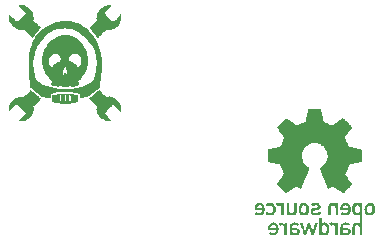
<source format=gbo>
G04 Layer_Color=32896*
%FSLAX23Y23*%
%MOIN*%
G70*
G01*
G75*
G36*
X994Y133D02*
X997Y133D01*
X998Y132D01*
X1000Y132D01*
X1001Y131D01*
X1002Y130D01*
X1003Y130D01*
X1003Y129D01*
Y131D01*
X1003Y132D01*
Y132D01*
X1003Y132D01*
X1004Y133D01*
X1011D01*
X1011Y133D01*
X1012Y132D01*
X1012Y132D01*
Y132D01*
Y93D01*
X1012Y92D01*
X1011Y91D01*
X1011Y91D01*
X1004D01*
X1003Y91D01*
X1003Y92D01*
Y92D01*
Y93D01*
Y117D01*
X1003Y120D01*
X1002Y122D01*
X1000Y123D01*
X999Y124D01*
X998Y124D01*
X996Y125D01*
X995Y125D01*
X995D01*
X993Y125D01*
X992Y124D01*
X990Y124D01*
X990Y123D01*
X989D01*
X984Y130D01*
X984Y131D01*
X986Y132D01*
X987Y132D01*
X988Y133D01*
X989Y133D01*
X990Y133D01*
X993D01*
X994Y133D01*
D02*
G37*
G36*
X1176D02*
X1178Y133D01*
X1181Y131D01*
X1183Y130D01*
X1184Y130D01*
X1184Y129D01*
X1184Y129D01*
Y130D01*
X1184Y131D01*
X1185Y132D01*
Y132D01*
X1185Y133D01*
X1192D01*
X1192Y133D01*
X1192Y132D01*
X1193Y132D01*
Y132D01*
Y93D01*
X1192Y92D01*
X1192Y91D01*
X1192Y91D01*
X1186D01*
X1185Y91D01*
X1184Y92D01*
X1184Y92D01*
Y93D01*
Y113D01*
Y116D01*
X1184Y117D01*
X1183Y120D01*
X1182Y122D01*
X1180Y123D01*
X1179Y124D01*
X1177Y125D01*
X1176Y125D01*
X1176D01*
X1173Y124D01*
X1171Y123D01*
X1170Y123D01*
X1169Y121D01*
X1168Y120D01*
X1168Y119D01*
Y119D01*
Y118D01*
Y93D01*
X1168Y92D01*
X1168Y91D01*
X1167Y91D01*
X1160D01*
X1160Y91D01*
X1159Y92D01*
Y92D01*
Y93D01*
Y118D01*
Y120D01*
X1159Y121D01*
X1160Y123D01*
Y123D01*
X1161Y126D01*
X1163Y129D01*
X1166Y131D01*
X1168Y132D01*
X1170Y133D01*
X1171Y133D01*
X1173Y133D01*
X1175D01*
X1176Y133D01*
D02*
G37*
G36*
X1122Y133D02*
X1124Y132D01*
X1126Y132D01*
X1128Y131D01*
X1129Y130D01*
X1130Y129D01*
X1132Y127D01*
X1133Y125D01*
X1133Y123D01*
X1134Y123D01*
Y122D01*
Y120D01*
X1133Y117D01*
X1133Y116D01*
X1132Y114D01*
X1130Y112D01*
X1129Y111D01*
X1128Y111D01*
X1127Y110D01*
X1127Y110D01*
X1124Y109D01*
X1121Y109D01*
X1119Y108D01*
X1117Y108D01*
X1115Y108D01*
X1114Y108D01*
X1112Y107D01*
X1112Y107D01*
X1110Y106D01*
X1110Y106D01*
X1110Y105D01*
Y102D01*
X1110Y101D01*
X1112Y100D01*
X1113Y100D01*
X1114Y99D01*
X1115Y99D01*
X1116Y99D01*
X1117D01*
X1120Y99D01*
X1122Y100D01*
X1125Y101D01*
X1127Y101D01*
X1128Y102D01*
X1130Y103D01*
X1130Y104D01*
X1130Y104D01*
X1133Y102D01*
X1134Y101D01*
X1135Y100D01*
X1135Y99D01*
X1136Y99D01*
X1136Y98D01*
Y98D01*
X1133Y96D01*
X1130Y94D01*
X1128Y93D01*
X1125Y92D01*
X1122Y91D01*
X1121Y91D01*
X1120Y91D01*
X1116D01*
X1113Y91D01*
X1111Y92D01*
X1109Y93D01*
X1107Y94D01*
X1105Y94D01*
X1104Y95D01*
X1102Y98D01*
X1101Y100D01*
X1101Y101D01*
X1100Y102D01*
Y103D01*
Y104D01*
X1101Y106D01*
X1102Y109D01*
X1103Y111D01*
X1105Y113D01*
X1106Y114D01*
X1107Y115D01*
X1108Y115D01*
X1109Y116D01*
X1112Y116D01*
X1114Y116D01*
X1116Y116D01*
X1118Y117D01*
X1120Y117D01*
X1121Y117D01*
X1123Y118D01*
X1124Y119D01*
X1125Y119D01*
X1125Y120D01*
Y120D01*
X1125Y122D01*
X1124Y123D01*
X1123Y124D01*
X1122Y125D01*
X1121Y125D01*
X1120Y125D01*
X1118D01*
X1116Y125D01*
X1114Y125D01*
X1112Y124D01*
X1110Y124D01*
X1109Y123D01*
X1108Y123D01*
X1107Y122D01*
X1107Y122D01*
X1107D01*
X1105Y123D01*
X1104Y125D01*
X1103Y126D01*
X1102Y127D01*
X1102Y128D01*
Y129D01*
X1105Y130D01*
X1107Y132D01*
X1110Y132D01*
X1112Y133D01*
X1114Y133D01*
X1115Y133D01*
X1120D01*
X1122Y133D01*
D02*
G37*
G36*
X1301Y133D02*
X1303Y133D01*
X1304Y133D01*
X1304Y132D01*
X1308Y131D01*
X1311Y128D01*
X1312Y125D01*
X1314Y122D01*
X1314Y120D01*
X1315Y117D01*
X1315Y116D01*
Y116D01*
Y116D01*
Y109D01*
Y107D01*
X1315Y105D01*
X1314Y104D01*
Y103D01*
Y103D01*
X1314Y101D01*
X1312Y99D01*
X1311Y97D01*
X1310Y96D01*
X1308Y94D01*
X1305Y92D01*
X1303Y91D01*
X1301Y91D01*
X1299Y91D01*
X1296D01*
X1294Y91D01*
X1293Y91D01*
X1291Y91D01*
X1291Y92D01*
X1291D01*
X1289Y93D01*
X1287Y94D01*
X1285Y97D01*
X1283Y100D01*
X1281Y104D01*
X1281Y107D01*
X1281Y109D01*
X1280Y111D01*
Y111D01*
Y112D01*
Y112D01*
Y113D01*
X1281Y116D01*
X1281Y119D01*
X1282Y122D01*
X1283Y124D01*
X1284Y126D01*
X1285Y127D01*
X1288Y130D01*
X1291Y132D01*
X1293Y133D01*
X1294Y133D01*
X1295D01*
X1295Y133D01*
X1299D01*
X1301Y133D01*
D02*
G37*
G36*
X969D02*
X971Y133D01*
X972Y133D01*
X972Y132D01*
X975Y132D01*
X976Y130D01*
X978Y129D01*
X979Y127D01*
X982Y124D01*
X983Y121D01*
X984Y117D01*
X984Y115D01*
X984Y114D01*
Y113D01*
Y113D01*
Y112D01*
X984Y109D01*
X984Y107D01*
X984Y105D01*
Y105D01*
X984Y104D01*
Y104D01*
X983Y102D01*
X982Y100D01*
X980Y98D01*
X979Y96D01*
X976Y94D01*
X973Y93D01*
X970Y91D01*
X969Y91D01*
X967Y91D01*
X965D01*
X961Y91D01*
X959Y92D01*
X957Y93D01*
X955Y94D01*
X953Y95D01*
X952Y97D01*
X951Y97D01*
X951Y98D01*
Y98D01*
X951Y99D01*
X952Y100D01*
X952Y100D01*
X953Y101D01*
X955Y102D01*
X956Y103D01*
X956Y103D01*
X956Y104D01*
X958Y102D01*
X960Y101D01*
X961Y100D01*
X962Y100D01*
X963Y100D01*
X964Y99D01*
X965D01*
X966Y100D01*
X968Y100D01*
X971Y101D01*
X973Y104D01*
X975Y106D01*
X975Y108D01*
X976Y111D01*
X976Y112D01*
Y112D01*
Y112D01*
X976Y115D01*
X975Y117D01*
X975Y118D01*
X974Y120D01*
X973Y122D01*
X971Y123D01*
X969Y124D01*
X967Y125D01*
X966Y125D01*
X965D01*
X964Y125D01*
X962Y124D01*
X959Y123D01*
X958Y122D01*
X957Y122D01*
X957Y121D01*
X956Y121D01*
X955Y122D01*
X953Y123D01*
X952Y124D01*
X952Y125D01*
X951Y126D01*
X951Y126D01*
Y127D01*
X953Y129D01*
X955Y131D01*
X957Y132D01*
X960Y133D01*
X961Y133D01*
X962Y133D01*
X966D01*
X969Y133D01*
D02*
G37*
G36*
X1054Y133D02*
X1054Y132D01*
X1054Y132D01*
Y132D01*
Y106D01*
X1054Y104D01*
X1054Y102D01*
X1053Y98D01*
X1051Y95D01*
X1048Y94D01*
X1046Y92D01*
X1043Y91D01*
X1042Y91D01*
X1042Y91D01*
X1040D01*
X1037Y91D01*
X1035Y91D01*
X1033Y92D01*
X1032Y93D01*
X1031Y94D01*
X1030Y95D01*
X1030Y95D01*
Y95D01*
X1029D01*
Y94D01*
X1029Y93D01*
Y92D01*
X1029Y92D01*
X1028Y91D01*
X1022D01*
X1021Y91D01*
X1021Y92D01*
X1021Y92D01*
Y93D01*
Y132D01*
X1021Y132D01*
X1021Y133D01*
X1022Y133D01*
X1028D01*
X1029Y133D01*
X1029Y132D01*
X1029Y132D01*
Y132D01*
Y108D01*
X1030Y105D01*
X1031Y103D01*
X1031Y102D01*
X1033Y101D01*
X1034Y100D01*
X1036Y100D01*
X1036Y99D01*
X1038D01*
X1040Y100D01*
X1042Y101D01*
X1043Y102D01*
X1044Y104D01*
X1045Y105D01*
X1046Y106D01*
X1046Y108D01*
Y108D01*
Y132D01*
X1046Y132D01*
X1046Y133D01*
X1046Y133D01*
X1054D01*
X1054Y133D01*
D02*
G37*
G36*
X936D02*
X938Y132D01*
X940Y131D01*
X942Y129D01*
X943Y128D01*
X944Y126D01*
X946Y123D01*
X947Y119D01*
X948Y117D01*
X948Y116D01*
Y115D01*
Y114D01*
Y114D01*
Y110D01*
Y108D01*
X948Y106D01*
X947Y105D01*
Y105D01*
Y105D01*
X947Y102D01*
X946Y100D01*
X945Y98D01*
X943Y97D01*
X941Y94D01*
X938Y93D01*
X936Y91D01*
X933Y91D01*
X932Y91D01*
X928D01*
X925Y91D01*
X923Y92D01*
X920Y93D01*
X919Y94D01*
X917Y95D01*
X916Y96D01*
X915Y97D01*
X915Y97D01*
Y98D01*
X915Y98D01*
X916Y99D01*
X918Y101D01*
X919Y101D01*
X919Y102D01*
X920Y102D01*
X920Y102D01*
X921D01*
X923Y101D01*
X924Y100D01*
X926Y100D01*
X927Y99D01*
X928Y99D01*
X929Y99D01*
X930D01*
X933Y99D01*
X935Y100D01*
X937Y102D01*
X938Y104D01*
X939Y105D01*
X939Y107D01*
X940Y108D01*
Y108D01*
Y109D01*
X915D01*
X915Y109D01*
X914Y109D01*
X914Y109D01*
Y110D01*
Y122D01*
X915Y123D01*
X916Y125D01*
X919Y128D01*
X921Y131D01*
X924Y132D01*
X926Y133D01*
X928Y133D01*
X928Y133D01*
X933D01*
X936Y133D01*
D02*
G37*
G36*
X1223D02*
X1225Y132D01*
X1227Y130D01*
X1229Y128D01*
X1231Y125D01*
X1233Y121D01*
X1234Y118D01*
X1234Y115D01*
X1235Y114D01*
Y113D01*
Y112D01*
Y112D01*
Y111D01*
X1234Y108D01*
X1234Y106D01*
X1234Y105D01*
Y104D01*
X1234Y103D01*
Y103D01*
X1232Y101D01*
X1232Y99D01*
X1230Y97D01*
X1229Y96D01*
X1226Y94D01*
X1224Y92D01*
X1221Y91D01*
X1219Y91D01*
X1217Y91D01*
X1214D01*
X1212Y91D01*
X1209Y92D01*
X1207Y93D01*
X1205Y94D01*
X1203Y95D01*
X1202Y96D01*
X1202Y97D01*
X1201Y97D01*
Y98D01*
X1202Y98D01*
X1202Y99D01*
X1204Y101D01*
X1206Y102D01*
X1206Y102D01*
X1207Y102D01*
X1207D01*
X1209Y101D01*
X1210Y100D01*
X1212Y100D01*
X1213Y99D01*
X1214Y99D01*
X1215Y99D01*
X1216D01*
X1219Y99D01*
X1221Y100D01*
X1223Y102D01*
X1224Y104D01*
X1225Y105D01*
X1226Y107D01*
X1226Y108D01*
Y109D01*
X1201D01*
X1200Y109D01*
X1200Y109D01*
Y109D01*
Y110D01*
Y115D01*
Y117D01*
X1200Y119D01*
X1200Y119D01*
Y120D01*
X1201Y122D01*
X1202Y124D01*
X1203Y126D01*
X1204Y128D01*
X1207Y130D01*
X1210Y132D01*
X1212Y133D01*
X1214Y133D01*
X1216Y133D01*
X1221D01*
X1223Y133D01*
D02*
G37*
G36*
X1082Y133D02*
X1084Y133D01*
X1086Y132D01*
X1086Y132D01*
X1087Y132D01*
X1087D01*
X1090Y130D01*
X1092Y127D01*
X1094Y123D01*
X1095Y120D01*
X1096Y117D01*
X1096Y115D01*
X1096Y113D01*
Y113D01*
Y112D01*
Y112D01*
X1096Y109D01*
X1096Y107D01*
Y106D01*
Y105D01*
Y105D01*
Y105D01*
X1095Y102D01*
X1094Y100D01*
X1093Y98D01*
X1092Y97D01*
X1089Y94D01*
X1087Y93D01*
X1084Y91D01*
X1083Y91D01*
X1082Y91D01*
X1078D01*
X1075Y91D01*
X1073Y91D01*
X1071Y93D01*
X1069Y94D01*
X1066Y97D01*
X1064Y100D01*
X1063Y103D01*
X1062Y106D01*
X1062Y107D01*
X1061Y108D01*
Y108D01*
Y109D01*
Y116D01*
X1062Y119D01*
X1062Y122D01*
X1064Y124D01*
X1065Y126D01*
X1066Y128D01*
X1067Y129D01*
X1069Y130D01*
X1070Y131D01*
X1073Y132D01*
X1076Y133D01*
X1076Y133D01*
X1079D01*
X1082Y133D01*
D02*
G37*
G36*
X1174Y67D02*
X1176Y67D01*
X1178Y66D01*
X1179Y65D01*
X1181Y64D01*
X1182Y64D01*
X1183Y63D01*
X1183Y63D01*
Y64D01*
X1183Y65D01*
Y66D01*
X1183Y67D01*
X1184Y67D01*
X1190D01*
X1191Y67D01*
X1191Y67D01*
X1191Y66D01*
Y66D01*
Y26D01*
X1191Y25D01*
X1191Y25D01*
X1191Y25D01*
X1184D01*
X1183Y25D01*
X1183Y25D01*
Y26D01*
Y26D01*
Y49D01*
X1183Y52D01*
X1181Y55D01*
X1180Y57D01*
X1179Y58D01*
X1177Y59D01*
X1176Y59D01*
X1174Y59D01*
X1174D01*
X1173Y59D01*
X1171Y58D01*
X1169Y57D01*
X1169Y57D01*
X1169D01*
X1169Y57D01*
X1168Y58D01*
X1167Y59D01*
X1166Y60D01*
X1165Y62D01*
X1164Y63D01*
X1163Y64D01*
X1163Y64D01*
Y65D01*
X1167Y67D01*
X1169Y67D01*
X1170Y68D01*
X1171D01*
X1174Y67D01*
D02*
G37*
G36*
X979D02*
X980Y67D01*
X981D01*
X983Y66D01*
X985Y65D01*
X987Y64D01*
X988Y62D01*
X991Y58D01*
X992Y55D01*
X993Y52D01*
X994Y49D01*
X994Y47D01*
Y47D01*
Y46D01*
Y46D01*
X994Y44D01*
X993Y43D01*
Y43D01*
Y43D01*
X993Y40D01*
X992Y37D01*
X991Y34D01*
X990Y32D01*
X989Y31D01*
X988Y29D01*
X986Y28D01*
X984Y27D01*
X982Y26D01*
X979Y25D01*
X978Y25D01*
X972D01*
X970Y25D01*
X967Y26D01*
X965Y27D01*
X964Y28D01*
X962Y29D01*
X961Y30D01*
X961Y31D01*
X960Y31D01*
X962Y33D01*
X964Y35D01*
X965Y36D01*
X966Y36D01*
X966D01*
X968Y35D01*
X969Y34D01*
X971Y34D01*
X972Y33D01*
X973Y33D01*
X974Y33D01*
X977D01*
X979Y33D01*
X981Y34D01*
X983Y36D01*
X984Y37D01*
X984Y39D01*
X985Y40D01*
X985Y41D01*
Y42D01*
Y43D01*
X960D01*
X960Y43D01*
X959Y43D01*
Y43D01*
Y44D01*
Y51D01*
X960Y53D01*
X960Y56D01*
X961Y58D01*
X962Y60D01*
X965Y62D01*
X967Y64D01*
X971Y66D01*
X973Y67D01*
X975Y67D01*
X975Y68D01*
X978D01*
X979Y67D01*
D02*
G37*
G36*
X1005D02*
X1007Y67D01*
X1010Y65D01*
X1012Y64D01*
X1013Y64D01*
X1013Y63D01*
X1013Y63D01*
Y64D01*
X1014Y65D01*
Y66D01*
X1014Y67D01*
X1014Y67D01*
X1021D01*
X1021Y67D01*
X1022Y67D01*
X1022Y66D01*
Y66D01*
Y26D01*
X1022Y25D01*
X1021Y25D01*
X1021Y25D01*
X1015D01*
X1014Y25D01*
X1013Y25D01*
Y26D01*
Y26D01*
Y51D01*
X1013Y53D01*
X1012Y55D01*
X1011Y57D01*
X1009Y58D01*
X1008Y58D01*
X1006Y59D01*
X1005Y59D01*
X1005D01*
X1003Y59D01*
X1002Y58D01*
X1000Y57D01*
X1000Y57D01*
X1000D01*
X994Y64D01*
X995Y65D01*
X996Y66D01*
X999Y67D01*
X1000Y67D01*
X1001Y68D01*
X1003D01*
X1005Y67D01*
D02*
G37*
G36*
X1138Y84D02*
X1138Y83D01*
X1138Y83D01*
Y83D01*
Y63D01*
X1140Y64D01*
X1142Y65D01*
X1143Y66D01*
X1145Y67D01*
X1146Y67D01*
X1147Y68D01*
X1148D01*
X1151Y67D01*
X1153Y67D01*
X1155Y66D01*
X1156Y65D01*
X1158Y64D01*
X1159Y62D01*
X1161Y60D01*
X1162Y57D01*
X1163Y54D01*
X1163Y53D01*
Y52D01*
Y52D01*
Y52D01*
Y39D01*
X1162Y36D01*
X1162Y34D01*
X1161Y32D01*
X1160Y31D01*
X1158Y29D01*
X1156Y27D01*
X1154Y26D01*
X1152Y25D01*
X1151Y25D01*
X1146D01*
X1145Y25D01*
X1143Y26D01*
X1141Y27D01*
X1140Y28D01*
X1139Y29D01*
X1138Y29D01*
X1138Y29D01*
Y28D01*
X1138Y27D01*
Y26D01*
X1138Y25D01*
X1137Y25D01*
X1130D01*
X1130Y25D01*
X1129Y25D01*
Y26D01*
Y26D01*
Y83D01*
X1129Y83D01*
X1130Y84D01*
X1130Y84D01*
X1137D01*
X1138Y84D01*
D02*
G37*
G36*
X1222Y67D02*
X1224Y67D01*
X1227Y66D01*
X1229Y65D01*
X1230Y64D01*
X1231Y63D01*
X1232Y62D01*
X1232Y62D01*
X1230Y59D01*
X1227Y58D01*
X1226Y57D01*
X1226Y56D01*
X1225D01*
X1224Y58D01*
X1224Y58D01*
X1222Y59D01*
X1221Y59D01*
X1214D01*
X1212Y59D01*
X1211Y58D01*
X1210Y58D01*
X1210Y57D01*
X1209Y56D01*
Y55D01*
Y55D01*
Y50D01*
X1214D01*
X1218Y50D01*
X1221Y50D01*
X1224Y49D01*
X1226Y48D01*
X1228Y47D01*
X1230Y46D01*
X1231Y45D01*
X1232Y44D01*
X1234Y41D01*
X1234Y40D01*
X1235Y38D01*
Y38D01*
Y38D01*
X1234Y35D01*
X1233Y34D01*
X1232Y32D01*
X1232Y30D01*
X1230Y28D01*
X1227Y26D01*
X1225Y26D01*
X1224Y25D01*
X1223Y25D01*
X1216D01*
X1215Y25D01*
X1213Y25D01*
X1211Y26D01*
X1210Y27D01*
X1209Y28D01*
X1209D01*
Y27D01*
X1209Y26D01*
X1209Y25D01*
X1208Y25D01*
X1201D01*
X1201Y25D01*
X1200Y25D01*
Y26D01*
Y26D01*
Y52D01*
X1201Y55D01*
X1201Y57D01*
X1202Y59D01*
X1203Y61D01*
X1204Y62D01*
X1206Y64D01*
X1209Y65D01*
X1212Y67D01*
X1214Y67D01*
X1215Y68D01*
X1218D01*
X1222Y67D01*
D02*
G37*
G36*
X1257Y133D02*
X1259Y133D01*
X1262Y132D01*
X1263Y131D01*
X1264Y130D01*
X1265Y130D01*
X1265Y129D01*
Y131D01*
X1265Y132D01*
Y132D01*
X1265Y132D01*
X1266Y133D01*
X1273D01*
X1273Y133D01*
X1273Y132D01*
X1273Y132D01*
Y132D01*
Y26D01*
X1273Y25D01*
X1273Y25D01*
X1273Y25D01*
X1266D01*
X1265Y25D01*
X1265Y25D01*
Y26D01*
Y26D01*
Y50D01*
X1264Y53D01*
X1263Y56D01*
X1262Y57D01*
X1260Y58D01*
X1259Y59D01*
X1258Y59D01*
X1257Y59D01*
X1257D01*
X1255Y59D01*
X1253Y58D01*
X1251Y56D01*
X1250Y55D01*
X1250Y54D01*
X1249Y52D01*
X1249Y51D01*
Y51D01*
Y26D01*
X1248Y25D01*
X1248Y25D01*
X1248Y25D01*
X1241D01*
X1240Y25D01*
X1240Y25D01*
Y26D01*
Y26D01*
Y51D01*
X1240Y54D01*
X1241Y56D01*
X1242Y58D01*
X1242Y60D01*
X1243Y62D01*
X1245Y64D01*
X1247Y65D01*
X1250Y67D01*
X1252Y67D01*
X1253Y68D01*
X1253D01*
X1256Y67D01*
X1258Y67D01*
X1260Y66D01*
X1262Y65D01*
X1263Y64D01*
X1264Y64D01*
X1265Y63D01*
X1265Y63D01*
Y95D01*
X1263Y94D01*
X1262Y93D01*
X1260Y92D01*
X1258Y91D01*
X1257Y91D01*
X1256Y91D01*
X1254D01*
X1252Y91D01*
X1249Y92D01*
X1247Y93D01*
X1246Y94D01*
X1244Y95D01*
X1243Y97D01*
X1242Y101D01*
X1240Y105D01*
X1240Y108D01*
X1240Y109D01*
Y111D01*
Y111D01*
Y111D01*
Y115D01*
X1240Y117D01*
X1240Y120D01*
X1240Y122D01*
X1241Y123D01*
X1241Y124D01*
X1241Y125D01*
Y125D01*
X1243Y128D01*
X1245Y130D01*
X1247Y132D01*
X1249Y132D01*
X1251Y133D01*
X1253Y133D01*
X1255D01*
X1257Y133D01*
D02*
G37*
G36*
X1125Y67D02*
X1124Y64D01*
X1123Y61D01*
X1122Y58D01*
X1122Y56D01*
X1121Y55D01*
X1120Y54D01*
X1120Y52D01*
X1120Y52D01*
X1120Y50D01*
X1119Y49D01*
X1119Y49D01*
X1118Y45D01*
X1117Y41D01*
X1116Y38D01*
X1115Y35D01*
X1114Y33D01*
X1113Y31D01*
X1113Y29D01*
X1112Y28D01*
X1112Y27D01*
X1112Y26D01*
X1111Y25D01*
X1110Y25D01*
X1105D01*
X1104Y26D01*
X1104Y27D01*
X1103Y29D01*
X1102Y30D01*
X1102Y32D01*
X1101Y35D01*
X1099Y40D01*
X1098Y45D01*
X1097Y47D01*
X1097Y49D01*
X1097Y51D01*
X1096Y52D01*
X1096Y53D01*
Y53D01*
X1095D01*
X1094Y49D01*
X1092Y45D01*
X1091Y41D01*
X1090Y38D01*
X1089Y35D01*
X1089Y33D01*
X1088Y31D01*
X1087Y29D01*
X1087Y28D01*
X1087Y27D01*
X1086Y26D01*
X1086Y25D01*
Y25D01*
X1079D01*
X1079Y27D01*
X1078Y29D01*
X1077Y32D01*
X1076Y35D01*
X1075Y38D01*
X1074Y41D01*
X1071Y49D01*
X1070Y52D01*
X1069Y55D01*
X1068Y58D01*
X1067Y61D01*
X1067Y63D01*
X1066Y64D01*
X1066Y66D01*
Y66D01*
X1066Y67D01*
X1066Y67D01*
X1074D01*
X1074Y67D01*
X1074Y66D01*
X1075Y64D01*
X1076Y62D01*
X1076Y60D01*
X1077Y58D01*
X1079Y53D01*
X1080Y47D01*
X1080Y45D01*
X1081Y43D01*
X1081Y41D01*
X1082Y40D01*
X1082Y39D01*
Y38D01*
X1083D01*
X1084Y43D01*
X1086Y48D01*
X1087Y52D01*
X1088Y55D01*
X1089Y58D01*
X1090Y60D01*
X1090Y62D01*
X1091Y64D01*
X1092Y64D01*
X1092Y65D01*
X1092Y66D01*
Y67D01*
X1093Y67D01*
X1097D01*
X1098Y67D01*
X1098Y66D01*
X1099Y64D01*
X1099Y62D01*
X1100Y60D01*
X1101Y58D01*
X1103Y53D01*
X1105Y47D01*
X1105Y45D01*
X1106Y43D01*
X1107Y41D01*
X1107Y40D01*
X1107Y39D01*
Y38D01*
X1109D01*
X1110Y43D01*
X1111Y48D01*
X1112Y52D01*
X1113Y55D01*
X1113Y58D01*
X1114Y60D01*
X1115Y62D01*
X1115Y64D01*
X1115Y64D01*
X1116Y65D01*
X1116Y66D01*
X1117Y67D01*
X1117Y67D01*
X1124D01*
X1125Y67D01*
D02*
G37*
G36*
X1052Y67D02*
X1055Y67D01*
X1058Y66D01*
X1059Y65D01*
X1061Y64D01*
X1062Y63D01*
X1062Y62D01*
X1062Y62D01*
Y61D01*
X1061Y60D01*
X1059Y59D01*
X1059Y58D01*
X1058Y57D01*
X1056Y57D01*
X1056Y56D01*
X1055Y58D01*
X1054Y58D01*
X1053Y59D01*
X1052Y59D01*
X1044D01*
X1043Y59D01*
X1043Y59D01*
X1041Y58D01*
X1040Y56D01*
X1040Y56D01*
Y56D01*
Y50D01*
X1045D01*
X1048Y50D01*
X1052Y50D01*
X1054Y49D01*
X1057Y48D01*
X1059Y47D01*
X1060Y47D01*
X1062Y45D01*
X1063Y44D01*
X1064Y42D01*
X1065Y40D01*
X1065Y38D01*
Y38D01*
Y38D01*
X1065Y36D01*
X1064Y34D01*
X1063Y32D01*
X1062Y31D01*
X1061Y28D01*
X1058Y27D01*
X1056Y26D01*
X1054Y25D01*
X1054Y25D01*
X1047D01*
X1045Y25D01*
X1044Y25D01*
X1042Y26D01*
X1040Y27D01*
X1040Y28D01*
X1040D01*
Y27D01*
X1039Y26D01*
X1039Y25D01*
X1039Y25D01*
X1032D01*
X1031Y25D01*
X1031Y25D01*
Y26D01*
Y26D01*
Y50D01*
Y53D01*
X1031Y55D01*
X1031Y56D01*
Y57D01*
Y57D01*
X1032Y59D01*
X1032Y60D01*
X1033Y62D01*
X1034Y62D01*
X1037Y64D01*
X1039Y66D01*
X1043Y67D01*
X1045Y67D01*
X1046D01*
X1047Y68D01*
X1049D01*
X1052Y67D01*
D02*
G37*
G36*
X295Y739D02*
X302Y738D01*
X308Y737D01*
X314Y735D01*
X319Y734D01*
X323Y733D01*
X325Y732D01*
X326Y732D01*
X326Y731D01*
X327D01*
X334Y728D01*
X340Y724D01*
X347Y720D01*
X353Y716D01*
X358Y712D01*
X363Y707D01*
X372Y696D01*
X379Y686D01*
X386Y675D01*
X391Y664D01*
X395Y653D01*
X398Y643D01*
X401Y634D01*
X402Y624D01*
X404Y617D01*
X404Y610D01*
Y608D01*
X405Y606D01*
Y604D01*
Y602D01*
Y602D01*
Y601D01*
X404Y588D01*
X404Y574D01*
X403Y560D01*
X402Y548D01*
X401Y542D01*
X400Y536D01*
X400Y531D01*
X400Y527D01*
X399Y524D01*
Y521D01*
X399Y519D01*
Y519D01*
X398Y518D01*
X397Y517D01*
X396Y516D01*
X394Y514D01*
X388Y509D01*
X382Y505D01*
X376Y500D01*
X370Y496D01*
X368Y495D01*
X367Y493D01*
X366Y493D01*
X365Y492D01*
X365Y491D01*
X364Y490D01*
X362Y489D01*
X360Y488D01*
X357Y487D01*
X354Y486D01*
X348Y485D01*
X341Y483D01*
X339Y483D01*
X336Y483D01*
X334D01*
X332Y482D01*
X331D01*
Y495D01*
X329Y496D01*
X328Y497D01*
X325Y498D01*
X322Y499D01*
X318Y499D01*
X314Y500D01*
X306Y501D01*
X297Y502D01*
X293Y502D01*
X290Y503D01*
X287D01*
X285Y503D01*
X283D01*
X273Y503D01*
X263Y502D01*
X255Y501D01*
X248Y499D01*
X242Y498D01*
X240Y497D01*
X238Y497D01*
X236Y496D01*
X234Y496D01*
X234Y495D01*
X234D01*
Y484D01*
X233Y482D01*
X223Y483D01*
X219Y484D01*
X215Y485D01*
X212Y485D01*
X209Y486D01*
X208Y486D01*
X207D01*
X169Y516D01*
X168Y516D01*
X168Y516D01*
X167Y518D01*
X167Y519D01*
X166Y523D01*
X165Y528D01*
X165Y534D01*
X164Y540D01*
X163Y548D01*
X163Y555D01*
X162Y562D01*
Y569D01*
X162Y576D01*
X161Y581D01*
Y587D01*
X161Y591D01*
Y592D01*
Y593D01*
Y593D01*
Y594D01*
Y606D01*
X161Y615D01*
X162Y623D01*
X163Y632D01*
X165Y639D01*
X167Y647D01*
X169Y653D01*
X171Y660D01*
X173Y666D01*
X175Y671D01*
X177Y676D01*
X179Y680D01*
X181Y683D01*
X183Y686D01*
X183Y688D01*
X184Y689D01*
X185Y690D01*
X193Y698D01*
X200Y706D01*
X208Y713D01*
X216Y718D01*
X224Y723D01*
X232Y727D01*
X239Y730D01*
X246Y733D01*
X252Y735D01*
X258Y736D01*
X263Y737D01*
X268Y738D01*
X271Y739D01*
X274Y739D01*
X289D01*
X295Y739D01*
D02*
G37*
G36*
X290Y497D02*
X296Y497D01*
X302Y496D01*
X307Y495D01*
X311Y495D01*
X314Y494D01*
X318Y494D01*
X320Y493D01*
X322Y493D01*
X323Y492D01*
X325Y491D01*
X326Y491D01*
Y491D01*
Y471D01*
X325Y470D01*
X323Y469D01*
X321Y468D01*
X318Y468D01*
X315Y467D01*
X312Y466D01*
X304Y465D01*
X296Y464D01*
X292Y464D01*
X289D01*
X287Y464D01*
X283D01*
X276Y464D01*
X269Y464D01*
X264Y465D01*
X259Y465D01*
X255Y466D01*
X251Y466D01*
X248Y467D01*
X246Y468D01*
X244Y468D01*
X242Y469D01*
X240Y469D01*
X240Y470D01*
X239Y470D01*
Y475D01*
Y480D01*
X240Y485D01*
X240Y487D01*
Y489D01*
X240Y490D01*
Y491D01*
X241Y491D01*
X243Y492D01*
X245Y493D01*
X248Y494D01*
X251Y494D01*
X255Y495D01*
X263Y496D01*
X270Y497D01*
X273Y497D01*
X279D01*
X281Y497D01*
X283D01*
X290Y497D01*
D02*
G37*
G36*
X401Y505D02*
X405Y502D01*
X407Y499D01*
X410Y496D01*
X412Y494D01*
X414Y492D01*
X417Y489D01*
X419Y488D01*
X419Y487D01*
X420Y486D01*
X421Y487D01*
X422Y487D01*
X425Y487D01*
X428Y488D01*
X429D01*
X438Y486D01*
X444Y484D01*
X449Y481D01*
X453Y478D01*
X456Y475D01*
X460Y472D01*
X462Y469D01*
X464Y466D01*
X466Y462D01*
X468Y456D01*
X470Y452D01*
Y450D01*
X470Y448D01*
Y447D01*
Y447D01*
X470Y443D01*
X469Y440D01*
X469Y438D01*
X468Y437D01*
X443Y461D01*
X438Y456D01*
X434Y452D01*
X430Y448D01*
X427Y445D01*
X423Y442D01*
X421Y439D01*
X419Y437D01*
X418Y436D01*
X415Y434D01*
X414Y432D01*
X414Y432D01*
X437Y407D01*
Y406D01*
X434D01*
X432Y405D01*
X430Y405D01*
X429D01*
X425Y405D01*
X422Y406D01*
X420Y406D01*
X418Y407D01*
X416Y407D01*
X415Y408D01*
X414Y408D01*
X414D01*
X409Y411D01*
X405Y413D01*
X402Y417D01*
X398Y419D01*
X396Y423D01*
X394Y426D01*
X390Y432D01*
X389Y437D01*
X388Y442D01*
X387Y444D01*
Y445D01*
Y446D01*
Y446D01*
X388Y449D01*
X388Y452D01*
Y454D01*
Y454D01*
Y455D01*
X363Y481D01*
X363Y482D01*
X365Y483D01*
X366Y485D01*
X369Y487D01*
X374Y491D01*
X381Y496D01*
X387Y501D01*
X392Y505D01*
X394Y507D01*
X396Y508D01*
X397Y509D01*
X397Y509D01*
X401Y505D01*
D02*
G37*
G36*
X144Y792D02*
X146Y791D01*
X147D01*
X152Y789D01*
X157Y786D01*
X161Y783D01*
X165Y780D01*
X168Y777D01*
X170Y774D01*
X172Y771D01*
X174Y768D01*
X176Y762D01*
X177Y757D01*
Y755D01*
X178Y754D01*
Y753D01*
Y753D01*
Y746D01*
X177Y741D01*
X181Y737D01*
X185Y734D01*
X188Y731D01*
X191Y728D01*
X193Y725D01*
X195Y723D01*
X198Y721D01*
X200Y719D01*
X201Y718D01*
X201Y717D01*
Y716D01*
X197Y712D01*
X195Y709D01*
X192Y707D01*
X191Y705D01*
X190Y704D01*
X189Y704D01*
X189Y704D01*
X174Y684D01*
X169Y688D01*
X165Y692D01*
X161Y696D01*
X158Y699D01*
X156Y701D01*
X154Y704D01*
X150Y707D01*
X148Y709D01*
X147Y710D01*
X147Y710D01*
X145D01*
X142Y710D01*
X139Y710D01*
X135D01*
X132Y710D01*
X130Y710D01*
X128D01*
X123Y713D01*
X118Y715D01*
X113Y718D01*
X110Y721D01*
X107Y724D01*
X104Y727D01*
X102Y731D01*
X100Y734D01*
X97Y740D01*
X96Y745D01*
Y746D01*
X96Y748D01*
Y749D01*
Y749D01*
Y754D01*
X97Y760D01*
X97D01*
X104Y754D01*
X109Y749D01*
X114Y745D01*
X117Y741D01*
X120Y739D01*
X121Y738D01*
X122Y737D01*
X122Y737D01*
X152Y765D01*
X148Y769D01*
X144Y773D01*
X141Y776D01*
X138Y779D01*
X136Y782D01*
X134Y784D01*
X131Y786D01*
X129Y788D01*
X128Y789D01*
X128Y790D01*
X128Y791D01*
X129Y792D01*
X130Y792D01*
X141D01*
X144Y792D01*
D02*
G37*
G36*
X437D02*
X437Y791D01*
X437Y791D01*
Y790D01*
X414Y765D01*
X419Y760D01*
X423Y756D01*
X427Y752D01*
X430Y749D01*
X433Y746D01*
X435Y743D01*
X437Y742D01*
X439Y740D01*
X441Y738D01*
X443Y737D01*
X443Y737D01*
X448Y741D01*
X451Y744D01*
X454Y747D01*
X457Y750D01*
X460Y753D01*
X462Y755D01*
X464Y757D01*
X466Y759D01*
X467Y761D01*
X468Y761D01*
X468Y761D01*
X469Y760D01*
X470Y757D01*
X470Y755D01*
Y754D01*
Y753D01*
Y750D01*
X470Y746D01*
Y745D01*
X469Y743D01*
Y743D01*
Y742D01*
X467Y737D01*
X464Y731D01*
X461Y727D01*
X458Y723D01*
X455Y720D01*
X451Y718D01*
X448Y716D01*
X445Y714D01*
X439Y711D01*
X434Y710D01*
X433D01*
X431Y710D01*
X430D01*
X420Y710D01*
X415Y706D01*
X411Y702D01*
X407Y698D01*
X404Y695D01*
X401Y692D01*
X399Y690D01*
X397Y688D01*
X396Y686D01*
X394Y684D01*
X392Y683D01*
X392Y683D01*
X387Y690D01*
X382Y696D01*
X377Y702D01*
X373Y706D01*
X369Y711D01*
X366Y714D01*
X365Y716D01*
X364Y716D01*
X368Y721D01*
X372Y725D01*
X375Y728D01*
X378Y731D01*
X380Y733D01*
X382Y735D01*
X385Y738D01*
X387Y740D01*
X388Y741D01*
X389Y741D01*
X388Y745D01*
X387Y747D01*
Y749D01*
Y750D01*
X388Y753D01*
Y755D01*
Y756D01*
X388Y757D01*
Y759D01*
Y759D01*
X390Y765D01*
X393Y770D01*
X396Y774D01*
X399Y778D01*
X402Y781D01*
X406Y784D01*
X409Y786D01*
X412Y788D01*
X418Y790D01*
X423Y792D01*
X425D01*
X426Y792D01*
X436D01*
X437Y792D01*
D02*
G37*
G36*
X175Y504D02*
X179Y501D01*
X183Y497D01*
X187Y495D01*
X190Y492D01*
X193Y490D01*
X195Y488D01*
X197Y486D01*
X200Y484D01*
X201Y482D01*
X202Y481D01*
X202Y481D01*
X198Y477D01*
X195Y473D01*
X191Y469D01*
X188Y467D01*
X186Y464D01*
X184Y462D01*
X181Y459D01*
X179Y457D01*
X177Y456D01*
X177Y456D01*
X178Y452D01*
Y445D01*
Y442D01*
X177Y440D01*
X177Y438D01*
Y437D01*
Y437D01*
X175Y431D01*
X172Y426D01*
X169Y423D01*
X166Y419D01*
X163Y416D01*
X160Y413D01*
X157Y411D01*
X154Y410D01*
X148Y407D01*
X144Y406D01*
X142D01*
X140Y406D01*
X130D01*
X128Y407D01*
X132Y412D01*
X135Y415D01*
X138Y419D01*
X141Y421D01*
X144Y424D01*
X146Y426D01*
X148Y428D01*
X150Y430D01*
X152Y431D01*
X152Y432D01*
X122Y462D01*
X97Y438D01*
X97D01*
X96Y446D01*
Y448D01*
X96Y451D01*
X97Y454D01*
X97Y456D01*
Y458D01*
X97Y458D01*
Y459D01*
X100Y464D01*
X103Y468D01*
X105Y472D01*
X109Y475D01*
X112Y478D01*
X115Y481D01*
X118Y483D01*
X121Y484D01*
X127Y486D01*
X132Y487D01*
X134Y488D01*
X136D01*
X140Y487D01*
X144D01*
X145Y487D01*
X147D01*
X150Y491D01*
X154Y494D01*
X156Y497D01*
X158Y499D01*
X162Y503D01*
X165Y505D01*
X166Y507D01*
X167Y508D01*
X168Y508D01*
X169D01*
X175Y504D01*
D02*
G37*
G36*
X1135Y446D02*
X1136Y445D01*
X1136Y443D01*
X1137Y440D01*
X1138Y437D01*
X1138Y433D01*
X1140Y426D01*
X1141Y418D01*
X1142Y414D01*
X1143Y411D01*
X1143Y408D01*
X1143Y406D01*
X1144Y405D01*
Y405D01*
X1145Y403D01*
X1148Y403D01*
X1152Y400D01*
X1157Y398D01*
X1162Y396D01*
X1167Y394D01*
X1169Y394D01*
X1171Y393D01*
X1172Y393D01*
X1173Y392D01*
X1174Y392D01*
X1174D01*
X1209Y416D01*
X1210Y415D01*
X1211Y414D01*
X1212Y413D01*
X1214Y411D01*
X1217Y409D01*
X1219Y406D01*
X1225Y401D01*
X1230Y396D01*
X1232Y393D01*
X1235Y391D01*
X1237Y389D01*
X1238Y387D01*
X1239Y386D01*
X1239Y386D01*
Y384D01*
X1217Y351D01*
Y350D01*
X1217Y349D01*
X1217Y348D01*
X1217Y347D01*
X1219Y345D01*
X1219Y342D01*
X1220Y340D01*
X1222Y335D01*
X1225Y329D01*
X1226Y327D01*
X1227Y325D01*
X1227Y323D01*
X1228Y322D01*
X1229Y321D01*
X1229Y321D01*
X1229Y320D01*
X1230Y320D01*
X1232Y319D01*
X1234Y319D01*
X1237Y318D01*
X1240Y318D01*
X1246Y317D01*
X1253Y315D01*
X1256Y315D01*
X1258Y314D01*
X1261Y314D01*
X1263Y313D01*
X1263Y313D01*
X1264D01*
X1266Y313D01*
X1268Y312D01*
X1269Y312D01*
X1270Y311D01*
X1270Y310D01*
X1271Y309D01*
Y308D01*
Y308D01*
Y272D01*
X1270Y269D01*
X1270Y269D01*
X1268Y269D01*
X1266Y268D01*
X1263Y268D01*
X1260Y267D01*
X1257Y266D01*
X1250Y265D01*
X1243Y264D01*
X1240Y263D01*
X1237Y263D01*
X1235Y262D01*
X1233Y262D01*
X1232Y262D01*
X1231D01*
X1231Y262D01*
X1230Y260D01*
X1229Y259D01*
X1228Y257D01*
X1227Y254D01*
X1226Y252D01*
X1224Y246D01*
X1221Y240D01*
X1220Y237D01*
X1219Y235D01*
X1219Y233D01*
X1218Y231D01*
X1217Y230D01*
Y229D01*
Y228D01*
X1221Y222D01*
X1225Y218D01*
X1227Y213D01*
X1230Y210D01*
X1232Y207D01*
X1234Y204D01*
X1235Y202D01*
X1237Y200D01*
X1237Y199D01*
X1238Y198D01*
X1238Y197D01*
X1239Y196D01*
X1239Y196D01*
Y195D01*
Y195D01*
X1235Y191D01*
X1232Y187D01*
X1229Y184D01*
X1225Y181D01*
X1223Y178D01*
X1220Y176D01*
X1219Y174D01*
X1217Y172D01*
X1215Y170D01*
X1214Y169D01*
X1212Y167D01*
X1211Y166D01*
X1210Y166D01*
X1210D01*
X1209Y166D01*
X1208Y167D01*
X1206Y168D01*
X1204Y169D01*
X1201Y171D01*
X1199Y172D01*
X1192Y176D01*
X1186Y181D01*
X1184Y182D01*
X1181Y184D01*
X1179Y185D01*
X1178Y186D01*
X1177Y187D01*
X1176Y187D01*
X1174Y186D01*
X1172Y185D01*
X1167Y183D01*
X1165Y182D01*
X1163Y181D01*
X1162Y180D01*
X1161Y179D01*
X1161D01*
X1160Y180D01*
X1160Y181D01*
X1159Y182D01*
X1158Y183D01*
X1158Y184D01*
X1157Y186D01*
X1155Y191D01*
X1153Y196D01*
X1150Y201D01*
X1148Y208D01*
X1145Y214D01*
X1143Y221D01*
X1140Y227D01*
X1138Y232D01*
X1136Y237D01*
X1134Y242D01*
X1133Y243D01*
X1133Y245D01*
X1132Y246D01*
X1132Y247D01*
X1132Y248D01*
Y248D01*
Y249D01*
X1136Y252D01*
X1140Y255D01*
X1144Y259D01*
X1147Y262D01*
X1150Y266D01*
X1151Y269D01*
X1153Y272D01*
X1155Y275D01*
X1156Y278D01*
X1156Y281D01*
X1157Y283D01*
X1158Y285D01*
X1158Y287D01*
X1158Y289D01*
Y289D01*
Y289D01*
X1158Y294D01*
X1157Y297D01*
X1157Y299D01*
X1156Y301D01*
X1156Y303D01*
X1156Y303D01*
Y304D01*
X1153Y309D01*
X1150Y314D01*
X1147Y318D01*
X1144Y321D01*
X1140Y324D01*
X1137Y326D01*
X1134Y329D01*
X1130Y330D01*
X1127Y331D01*
X1124Y333D01*
X1122Y333D01*
X1119Y333D01*
X1117Y334D01*
X1116Y334D01*
X1114D01*
X1113Y334D01*
X1111Y333D01*
X1109D01*
X1107Y333D01*
X1106Y333D01*
X1105Y333D01*
X1104D01*
X1099Y330D01*
X1093Y327D01*
X1089Y324D01*
X1085Y321D01*
X1082Y318D01*
X1079Y314D01*
X1077Y310D01*
X1075Y307D01*
X1074Y304D01*
X1073Y301D01*
X1072Y298D01*
X1071Y295D01*
X1071Y293D01*
X1071Y292D01*
Y290D01*
Y290D01*
Y289D01*
X1071Y285D01*
X1072Y281D01*
X1074Y277D01*
X1075Y273D01*
X1077Y269D01*
X1079Y266D01*
X1082Y263D01*
X1084Y260D01*
X1087Y257D01*
X1089Y255D01*
X1091Y254D01*
X1093Y252D01*
X1095Y251D01*
X1096Y250D01*
X1097Y249D01*
X1097Y249D01*
Y249D01*
X1097Y248D01*
X1097Y247D01*
X1096Y245D01*
X1095Y243D01*
X1094Y242D01*
X1093Y237D01*
X1091Y231D01*
X1088Y226D01*
X1086Y220D01*
X1083Y213D01*
X1080Y207D01*
X1078Y201D01*
X1075Y195D01*
X1073Y190D01*
X1071Y186D01*
X1071Y184D01*
X1070Y182D01*
X1069Y181D01*
X1069Y180D01*
X1069Y180D01*
Y179D01*
X1068D01*
X1068Y180D01*
X1066Y181D01*
X1063Y182D01*
X1060Y184D01*
X1058Y185D01*
X1055Y186D01*
X1054Y186D01*
X1054Y187D01*
X1053Y187D01*
X1053D01*
X1053Y187D01*
X1051Y186D01*
X1049Y185D01*
X1047Y184D01*
X1045Y182D01*
X1042Y181D01*
X1036Y176D01*
X1030Y172D01*
X1028Y171D01*
X1025Y169D01*
X1023Y168D01*
X1021Y167D01*
X1020Y166D01*
X1020Y166D01*
X1019D01*
X1013Y171D01*
X1009Y175D01*
X1005Y179D01*
X1002Y183D01*
X999Y185D01*
X997Y188D01*
X994Y190D01*
X993Y191D01*
X992Y193D01*
X991Y194D01*
X990Y194D01*
X990Y195D01*
X989Y196D01*
Y196D01*
X993Y202D01*
X997Y206D01*
X999Y211D01*
X1002Y214D01*
X1004Y218D01*
X1006Y221D01*
X1007Y223D01*
X1008Y225D01*
X1010Y226D01*
X1010Y227D01*
X1010Y228D01*
X1011Y229D01*
X1011Y229D01*
Y229D01*
X1011Y230D01*
X1011Y231D01*
X1010Y233D01*
X1009Y235D01*
X1008Y237D01*
X1008Y240D01*
X1005Y245D01*
X1003Y251D01*
X1002Y254D01*
X1001Y256D01*
X1000Y258D01*
X1000Y259D01*
X999Y260D01*
X999Y261D01*
X998Y261D01*
X997Y261D01*
X996Y262D01*
X994Y262D01*
X990Y263D01*
X987Y264D01*
X983Y264D01*
X981Y265D01*
X979Y265D01*
X978Y266D01*
X977D01*
X976Y266D01*
X976D01*
X973Y266D01*
X970Y266D01*
X968Y267D01*
X965Y268D01*
X964Y268D01*
X962Y268D01*
X961Y269D01*
X960Y269D01*
X959Y269D01*
X958Y270D01*
X958Y271D01*
Y309D01*
Y310D01*
X958Y310D01*
X959Y311D01*
X959Y311D01*
X959Y312D01*
X961Y312D01*
X962Y312D01*
X965Y313D01*
X968Y314D01*
X971Y315D01*
X979Y316D01*
X986Y317D01*
X989Y318D01*
X992Y318D01*
X994Y319D01*
X997Y319D01*
X998Y319D01*
X998D01*
X999Y319D01*
X999Y320D01*
X1000Y322D01*
X1002Y324D01*
X1003Y326D01*
X1004Y329D01*
X1006Y335D01*
X1008Y340D01*
X1010Y343D01*
X1010Y345D01*
X1011Y347D01*
X1012Y349D01*
X1012Y350D01*
X1013Y350D01*
Y351D01*
X1008Y356D01*
X1005Y362D01*
X1002Y366D01*
X999Y370D01*
X997Y373D01*
X995Y376D01*
X994Y379D01*
X993Y380D01*
X992Y382D01*
X991Y383D01*
X990Y384D01*
X990Y385D01*
X990Y385D01*
Y386D01*
Y386D01*
X993Y390D01*
X997Y394D01*
X1000Y397D01*
X1003Y400D01*
X1006Y403D01*
X1008Y405D01*
X1010Y407D01*
X1012Y409D01*
X1014Y410D01*
X1015Y412D01*
X1017Y414D01*
X1018Y415D01*
X1019Y415D01*
X1019D01*
X1020Y415D01*
X1021Y414D01*
X1023Y413D01*
X1026Y412D01*
X1028Y410D01*
X1031Y408D01*
X1038Y403D01*
X1044Y399D01*
X1047Y397D01*
X1049Y396D01*
X1051Y394D01*
X1053Y393D01*
X1054Y392D01*
X1054Y392D01*
X1055Y392D01*
X1056Y393D01*
X1058Y393D01*
X1060Y394D01*
X1062Y395D01*
X1065Y396D01*
X1070Y398D01*
X1076Y400D01*
X1078Y401D01*
X1080Y402D01*
X1082Y403D01*
X1083Y403D01*
X1084Y403D01*
X1084D01*
X1084Y405D01*
X1085Y406D01*
X1086Y408D01*
X1086Y410D01*
X1087Y412D01*
X1087Y415D01*
X1088Y421D01*
X1089Y426D01*
X1090Y429D01*
X1090Y431D01*
X1090Y433D01*
X1091Y434D01*
X1091Y435D01*
Y435D01*
Y437D01*
X1091Y439D01*
X1092Y442D01*
X1092Y444D01*
X1093Y445D01*
X1094Y446D01*
X1095Y447D01*
X1095Y447D01*
X1135D01*
X1135Y446D01*
D02*
G37*
%LPC*%
G36*
X1257Y125D02*
X1257D01*
X1254Y124D01*
X1252Y123D01*
X1251Y122D01*
X1250Y120D01*
X1249Y118D01*
X1249Y116D01*
Y116D01*
Y115D01*
Y109D01*
X1249Y106D01*
X1250Y104D01*
X1251Y102D01*
X1253Y101D01*
X1254Y100D01*
X1255Y100D01*
X1256Y99D01*
X1257D01*
X1258Y100D01*
X1260Y100D01*
X1262Y101D01*
X1263Y103D01*
X1264Y105D01*
X1265Y108D01*
X1265Y109D01*
X1265Y111D01*
Y111D01*
Y111D01*
Y114D01*
X1265Y116D01*
X1264Y118D01*
X1264Y119D01*
X1263Y122D01*
X1261Y123D01*
X1260Y124D01*
X1258Y125D01*
X1257Y125D01*
D02*
G37*
G36*
X979Y59D02*
X975D01*
X973Y59D01*
X971Y58D01*
X970Y56D01*
X969Y55D01*
X968Y53D01*
X968Y52D01*
X967Y51D01*
Y50D01*
X985D01*
Y51D01*
X985Y53D01*
X984Y55D01*
X983Y56D01*
X982Y58D01*
X980Y58D01*
X979Y59D01*
X979Y59D01*
D02*
G37*
G36*
X1298Y125D02*
X1298D01*
X1295Y124D01*
X1293Y123D01*
X1292Y122D01*
X1291Y120D01*
X1290Y119D01*
X1289Y117D01*
X1289Y116D01*
Y116D01*
Y109D01*
X1289Y106D01*
X1291Y104D01*
X1292Y102D01*
X1293Y101D01*
X1295Y100D01*
X1296Y100D01*
X1298Y99D01*
X1298D01*
X1299Y100D01*
X1301Y100D01*
X1303Y101D01*
X1304Y103D01*
X1306Y106D01*
X1306Y108D01*
X1306Y110D01*
X1307Y112D01*
Y112D01*
Y112D01*
Y114D01*
X1306Y116D01*
X1306Y118D01*
X1305Y119D01*
X1304Y122D01*
X1302Y123D01*
X1301Y124D01*
X1299Y125D01*
X1298Y125D01*
D02*
G37*
G36*
X1051Y43D02*
X1040D01*
Y38D01*
X1040Y36D01*
X1041Y35D01*
X1042Y34D01*
X1043Y34D01*
X1044Y33D01*
X1045Y33D01*
X1051D01*
X1053Y33D01*
X1054Y34D01*
X1055Y34D01*
X1056Y35D01*
X1056Y36D01*
X1057Y37D01*
Y37D01*
Y38D01*
Y38D01*
X1056Y40D01*
X1056Y41D01*
X1055Y41D01*
X1054Y42D01*
X1053Y43D01*
X1051Y43D01*
D02*
G37*
G36*
X1219D02*
X1209D01*
Y38D01*
X1209Y36D01*
X1210Y35D01*
X1211Y34D01*
X1212Y33D01*
X1213Y33D01*
X1214Y33D01*
X1220D01*
X1222Y33D01*
X1223Y34D01*
X1224Y34D01*
X1225Y35D01*
X1226Y36D01*
X1226Y37D01*
Y37D01*
Y38D01*
Y38D01*
X1226Y40D01*
X1225Y41D01*
X1224Y41D01*
X1222Y42D01*
X1220Y43D01*
X1219Y43D01*
D02*
G37*
G36*
X1146Y59D02*
X1145D01*
X1143Y59D01*
X1141Y58D01*
X1140Y56D01*
X1139Y54D01*
X1138Y52D01*
X1138Y50D01*
Y49D01*
Y49D01*
Y49D01*
Y45D01*
Y43D01*
X1138Y41D01*
X1139Y38D01*
X1140Y36D01*
X1141Y35D01*
X1143Y34D01*
X1144Y34D01*
X1145Y33D01*
X1147D01*
X1148Y34D01*
X1150Y34D01*
X1151Y35D01*
X1153Y37D01*
X1153Y39D01*
X1154Y41D01*
X1154Y43D01*
Y44D01*
Y45D01*
Y47D01*
Y49D01*
X1154Y52D01*
X1153Y54D01*
X1151Y56D01*
X1150Y58D01*
X1148Y59D01*
X1147Y59D01*
X1146Y59D01*
D02*
G37*
G36*
X284Y715D02*
X281D01*
X275Y714D01*
X268Y714D01*
X261Y712D01*
X255Y711D01*
X250Y710D01*
X245Y708D01*
X244Y708D01*
X243Y708D01*
X242Y707D01*
X242D01*
X230Y700D01*
X220Y692D01*
X212Y684D01*
X204Y676D01*
X198Y667D01*
X193Y658D01*
X189Y649D01*
X185Y641D01*
X183Y633D01*
X181Y625D01*
X179Y619D01*
X178Y613D01*
X177Y608D01*
X177Y604D01*
Y602D01*
Y602D01*
Y601D01*
Y600D01*
X177Y591D01*
X178Y581D01*
X179Y572D01*
X181Y564D01*
X182Y557D01*
X183Y554D01*
X183Y552D01*
X184Y550D01*
X184Y548D01*
X185Y547D01*
Y547D01*
X185Y546D01*
X186Y545D01*
X187Y544D01*
X189Y542D01*
X193Y538D01*
X197Y535D01*
X202Y531D01*
X206Y528D01*
X208Y526D01*
X209Y526D01*
X210Y525D01*
X210Y525D01*
X224Y521D01*
X237Y518D01*
X249Y516D01*
X254Y515D01*
X259Y514D01*
X264Y514D01*
X269Y513D01*
X272Y513D01*
X275D01*
X278Y512D01*
X281D01*
X291Y513D01*
X300Y514D01*
X309Y514D01*
X317Y516D01*
X324Y517D01*
X327Y517D01*
X329Y518D01*
X331Y518D01*
X333D01*
X334Y519D01*
X334D01*
X337Y519D01*
X340Y520D01*
X347Y522D01*
X353Y526D01*
X360Y530D01*
X365Y533D01*
X370Y537D01*
X371Y538D01*
X372Y539D01*
X373Y540D01*
X374Y540D01*
X376Y541D01*
X377Y543D01*
X379Y546D01*
X380Y550D01*
X382Y555D01*
X383Y559D01*
X385Y570D01*
X386Y581D01*
X387Y586D01*
X387Y590D01*
X388Y594D01*
Y596D01*
X388Y598D01*
Y599D01*
X388Y606D01*
X387Y614D01*
X386Y620D01*
X384Y626D01*
X383Y631D01*
X382Y635D01*
X382Y636D01*
X382Y637D01*
X381Y638D01*
Y638D01*
X378Y645D01*
X374Y652D01*
X371Y658D01*
X367Y663D01*
X359Y674D01*
X351Y682D01*
X343Y690D01*
X335Y696D01*
X327Y701D01*
X319Y705D01*
X311Y708D01*
X304Y711D01*
X298Y712D01*
X292Y714D01*
X288Y714D01*
X284Y715D01*
D02*
G37*
G36*
X284Y491D02*
X281D01*
Y471D01*
X284D01*
Y491D01*
D02*
G37*
G36*
X269D02*
X267D01*
X266Y490D01*
X265Y490D01*
Y489D01*
Y489D01*
Y473D01*
X266Y472D01*
X266Y471D01*
X267Y471D01*
X269D01*
X269Y475D01*
Y486D01*
X269Y491D01*
D02*
G37*
G36*
X1217Y125D02*
X1217D01*
X1214Y125D01*
X1212Y124D01*
X1211Y123D01*
X1210Y122D01*
X1209Y120D01*
X1209Y119D01*
X1209Y117D01*
Y117D01*
Y116D01*
X1226D01*
X1225Y119D01*
X1224Y122D01*
X1222Y123D01*
X1221Y124D01*
X1219Y125D01*
X1218Y125D01*
X1217Y125D01*
D02*
G37*
G36*
X1079Y125D02*
X1077D01*
X1076Y124D01*
X1074Y123D01*
X1072Y121D01*
X1071Y119D01*
X1071Y117D01*
X1070Y115D01*
X1070Y114D01*
Y114D01*
Y113D01*
Y111D01*
Y109D01*
X1070Y107D01*
X1071Y104D01*
X1072Y102D01*
X1074Y101D01*
X1076Y100D01*
X1077Y100D01*
X1078Y99D01*
X1079D01*
X1081Y100D01*
X1083Y101D01*
X1085Y102D01*
X1086Y104D01*
X1087Y105D01*
X1087Y107D01*
X1087Y108D01*
Y108D01*
Y116D01*
X1087Y119D01*
X1086Y121D01*
X1084Y123D01*
X1082Y124D01*
X1081Y124D01*
X1080Y125D01*
X1079Y125D01*
D02*
G37*
G36*
X932Y125D02*
X932D01*
X928Y125D01*
X926Y124D01*
X924Y123D01*
X924Y121D01*
X923Y119D01*
X923Y118D01*
X922Y117D01*
Y117D01*
Y116D01*
X940D01*
X939Y119D01*
X938Y121D01*
X937Y123D01*
X936Y124D01*
X934Y125D01*
X933Y125D01*
X932Y125D01*
D02*
G37*
G36*
X300Y491D02*
X297D01*
Y473D01*
X298Y472D01*
X298Y471D01*
X298Y471D01*
X299D01*
X300Y472D01*
X301Y473D01*
X302Y473D01*
Y486D01*
X300Y491D01*
D02*
G37*
%LPD*%
G36*
X291Y692D02*
X297Y691D01*
X303Y690D01*
X308Y688D01*
X312Y686D01*
X316Y685D01*
X318Y684D01*
X318Y684D01*
X325Y678D01*
X332Y673D01*
X337Y667D01*
X342Y661D01*
X346Y654D01*
X349Y648D01*
X352Y642D01*
X354Y636D01*
X356Y631D01*
X357Y626D01*
X358Y621D01*
X359Y617D01*
X359Y614D01*
X359Y612D01*
Y610D01*
Y610D01*
Y607D01*
X359Y600D01*
X358Y593D01*
X356Y586D01*
X354Y579D01*
X352Y573D01*
X349Y567D01*
X346Y562D01*
X343Y558D01*
X340Y553D01*
X337Y550D01*
X334Y547D01*
X332Y544D01*
X330Y542D01*
X328Y540D01*
X327Y540D01*
X327Y539D01*
X328Y533D01*
Y531D01*
X328Y529D01*
X327Y527D01*
Y526D01*
X327Y526D01*
X327Y525D01*
X325Y524D01*
X324Y523D01*
X320Y522D01*
X316Y521D01*
X312Y520D01*
X308Y520D01*
X307D01*
X306Y520D01*
X305D01*
X303Y521D01*
X301Y522D01*
X300Y524D01*
X300Y526D01*
X299Y528D01*
X299Y529D01*
Y530D01*
Y531D01*
Y532D01*
X297D01*
Y530D01*
X296Y526D01*
X295Y523D01*
X294Y521D01*
X292Y520D01*
X290Y519D01*
X289Y518D01*
X288Y518D01*
X278D01*
X275Y518D01*
X273Y520D01*
X271Y522D01*
X270Y525D01*
X269Y527D01*
X268Y530D01*
X268Y531D01*
Y532D01*
X269Y532D01*
Y532D01*
X266D01*
X267Y532D01*
X267D01*
X267Y530D01*
X266Y527D01*
X264Y524D01*
X263Y522D01*
X263Y521D01*
X262Y520D01*
X262Y520D01*
X259Y520D01*
X258Y520D01*
X257Y521D01*
X253D01*
X250Y521D01*
X247Y522D01*
X245Y522D01*
X241Y524D01*
X239Y526D01*
X238Y527D01*
X237Y528D01*
X237Y530D01*
Y530D01*
X237Y533D01*
X238Y536D01*
X239Y538D01*
X239Y538D01*
Y538D01*
X234Y544D01*
X228Y550D01*
X224Y555D01*
X220Y561D01*
X217Y566D01*
X214Y572D01*
X212Y577D01*
X210Y582D01*
X209Y587D01*
X208Y591D01*
X207Y595D01*
X207Y598D01*
Y601D01*
X206Y603D01*
Y604D01*
Y605D01*
Y616D01*
X207Y619D01*
X207Y623D01*
X208Y627D01*
X209Y631D01*
X210Y635D01*
X211Y637D01*
X211Y639D01*
X212Y640D01*
X216Y649D01*
X221Y657D01*
X227Y665D01*
X232Y671D01*
X238Y676D01*
X244Y680D01*
X250Y683D01*
X255Y686D01*
X261Y688D01*
X265Y690D01*
X270Y691D01*
X274Y692D01*
X277Y692D01*
X279Y693D01*
X284D01*
X291Y692D01*
D02*
G37*
%LPC*%
G36*
X284Y586D02*
X282Y586D01*
X282Y585D01*
X280Y583D01*
X279Y580D01*
X277Y576D01*
X277Y573D01*
X276Y569D01*
X275Y567D01*
Y567D01*
Y566D01*
X276Y560D01*
X278D01*
X279Y563D01*
X279Y565D01*
X280Y567D01*
X281Y568D01*
X281Y569D01*
X282Y569D01*
X283D01*
X284Y569D01*
X285Y568D01*
X286Y567D01*
X286Y565D01*
X287Y563D01*
X288Y562D01*
X288Y561D01*
Y560D01*
X290D01*
Y562D01*
X290Y563D01*
X290Y564D01*
Y564D01*
X290Y570D01*
X288Y575D01*
X287Y578D01*
X286Y581D01*
X285Y583D01*
X284Y585D01*
X284Y586D01*
Y586D01*
D02*
G37*
G36*
X250Y630D02*
X249D01*
X246Y630D01*
X243Y629D01*
X241Y628D01*
X239Y626D01*
X235Y623D01*
X232Y619D01*
X230Y614D01*
X229Y611D01*
X228Y609D01*
Y608D01*
X228Y608D01*
Y607D01*
X228Y603D01*
X229Y600D01*
X230Y597D01*
X231Y594D01*
X233Y591D01*
X235Y588D01*
X238Y587D01*
X239Y586D01*
X241Y585D01*
X242D01*
X242Y589D01*
X243Y592D01*
X244Y594D01*
X244Y595D01*
Y595D01*
X249Y597D01*
X253Y599D01*
X256Y601D01*
X259Y602D01*
X262Y604D01*
X264Y606D01*
X267Y608D01*
X269Y611D01*
X270Y612D01*
X270Y614D01*
Y614D01*
Y615D01*
X267Y620D01*
X264Y624D01*
X261Y626D01*
X257Y628D01*
X254Y629D01*
X252Y630D01*
X250Y630D01*
D02*
G37*
G36*
X317D02*
X316D01*
X311Y629D01*
X307Y628D01*
X303Y626D01*
X300Y623D01*
X298Y620D01*
X297Y618D01*
X296Y616D01*
X296Y616D01*
X296Y612D01*
X297Y609D01*
X298Y607D01*
X299Y607D01*
Y606D01*
X322Y594D01*
X322Y591D01*
X323Y589D01*
X323Y588D01*
X324Y587D01*
X324Y586D01*
X325Y585D01*
X327D01*
X330Y588D01*
X333Y591D01*
X335Y594D01*
X336Y598D01*
X337Y602D01*
X337Y605D01*
Y607D01*
Y608D01*
Y611D01*
X336Y614D01*
X334Y618D01*
X331Y622D01*
X327Y626D01*
X324Y628D01*
X321Y629D01*
X319Y630D01*
X317Y630D01*
D02*
G37*
%LPD*%
M02*

</source>
